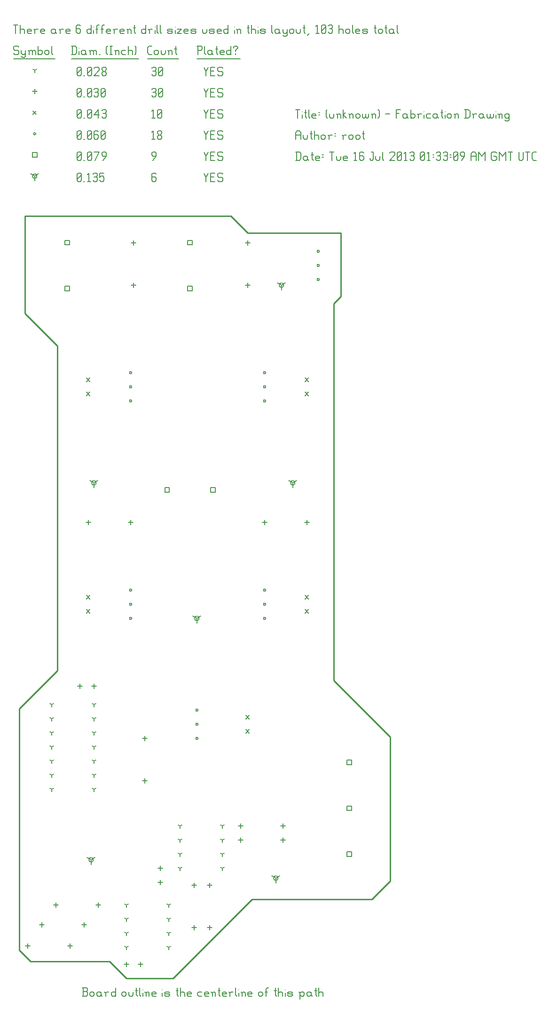
<source format=gbr>
G04 start of page 9 for group -3984 idx -3984 *
G04 Title: (unknown), fab *
G04 Creator: pcb 20110918 *
G04 CreationDate: Tue 16 Jul 2013 01:33:09 AM GMT UTC *
G04 For: root *
G04 Format: Gerber/RS-274X *
G04 PCB-Dimensions: 270000 560000 *
G04 PCB-Coordinate-Origin: lower left *
%MOIN*%
%FSLAX25Y25*%
%LNFAB*%
%ADD67C,0.0100*%
%ADD66C,0.0075*%
%ADD65C,0.0060*%
%ADD64C,0.0080*%
G54D64*X190000Y494000D02*Y490800D01*
Y494000D02*X192773Y495600D01*
X190000Y494000D02*X187227Y495600D01*
X188400Y494000D02*G75*G03X191600Y494000I1600J0D01*G01*
G75*G03X188400Y494000I-1600J0D01*G01*
X57000Y354000D02*Y350800D01*
Y354000D02*X59773Y355600D01*
X57000Y354000D02*X54227Y355600D01*
X55400Y354000D02*G75*G03X58600Y354000I1600J0D01*G01*
G75*G03X55400Y354000I-1600J0D01*G01*
X198000D02*Y350800D01*
Y354000D02*X200773Y355600D01*
X198000Y354000D02*X195227Y355600D01*
X196400Y354000D02*G75*G03X199600Y354000I1600J0D01*G01*
G75*G03X196400Y354000I-1600J0D01*G01*
X55000Y87000D02*Y83800D01*
Y87000D02*X57773Y88600D01*
X55000Y87000D02*X52227Y88600D01*
X53400Y87000D02*G75*G03X56600Y87000I1600J0D01*G01*
G75*G03X53400Y87000I-1600J0D01*G01*
X186000Y74000D02*Y70800D01*
Y74000D02*X188773Y75600D01*
X186000Y74000D02*X183227Y75600D01*
X184400Y74000D02*G75*G03X187600Y74000I1600J0D01*G01*
G75*G03X184400Y74000I-1600J0D01*G01*
X130000Y258000D02*Y254800D01*
Y258000D02*X132773Y259600D01*
X130000Y258000D02*X127227Y259600D01*
X128400Y258000D02*G75*G03X131600Y258000I1600J0D01*G01*
G75*G03X128400Y258000I-1600J0D01*G01*
X15000Y571250D02*Y568050D01*
Y571250D02*X17773Y572850D01*
X15000Y571250D02*X12227Y572850D01*
X13400Y571250D02*G75*G03X16600Y571250I1600J0D01*G01*
G75*G03X13400Y571250I-1600J0D01*G01*
G54D65*X135000Y573500D02*X136500Y570500D01*
X138000Y573500D01*
X136500Y570500D02*Y567500D01*
X139800Y570800D02*X142050D01*
X139800Y567500D02*X142800D01*
X139800Y573500D02*Y567500D01*
Y573500D02*X142800D01*
X147600D02*X148350Y572750D01*
X145350Y573500D02*X147600D01*
X144600Y572750D02*X145350Y573500D01*
X144600Y572750D02*Y571250D01*
X145350Y570500D01*
X147600D01*
X148350Y569750D01*
Y568250D01*
X147600Y567500D02*X148350Y568250D01*
X145350Y567500D02*X147600D01*
X144600Y568250D02*X145350Y567500D01*
X100250Y573500D02*X101000Y572750D01*
X98750Y573500D02*X100250D01*
X98000Y572750D02*X98750Y573500D01*
X98000Y572750D02*Y568250D01*
X98750Y567500D01*
X100250Y570800D02*X101000Y570050D01*
X98000Y570800D02*X100250D01*
X98750Y567500D02*X100250D01*
X101000Y568250D01*
Y570050D02*Y568250D01*
X45000D02*X45750Y567500D01*
X45000Y572750D02*Y568250D01*
Y572750D02*X45750Y573500D01*
X47250D01*
X48000Y572750D01*
Y568250D01*
X47250Y567500D02*X48000Y568250D01*
X45750Y567500D02*X47250D01*
X45000Y569000D02*X48000Y572000D01*
X49800Y567500D02*X50550D01*
X52350Y572300D02*X53550Y573500D01*
Y567500D01*
X52350D02*X54600D01*
X56400Y572750D02*X57150Y573500D01*
X58650D01*
X59400Y572750D01*
X58650Y567500D02*X59400Y568250D01*
X57150Y567500D02*X58650D01*
X56400Y568250D02*X57150Y567500D01*
Y570800D02*X58650D01*
X59400Y572750D02*Y571550D01*
Y570050D02*Y568250D01*
Y570050D02*X58650Y570800D01*
X59400Y571550D02*X58650Y570800D01*
X61200Y573500D02*X64200D01*
X61200D02*Y570500D01*
X61950Y571250D01*
X63450D01*
X64200Y570500D01*
Y568250D01*
X63450Y567500D02*X64200Y568250D01*
X61950Y567500D02*X63450D01*
X61200Y568250D02*X61950Y567500D01*
X36400Y525742D02*X39600D01*
X36400D02*Y522542D01*
X39600D01*
Y525742D02*Y522542D01*
X36400Y493261D02*X39600D01*
X36400D02*Y490061D01*
X39600D01*
Y493261D02*Y490061D01*
X123400Y525742D02*X126600D01*
X123400D02*Y522542D01*
X126600D01*
Y525742D02*Y522542D01*
X123400Y493261D02*X126600D01*
X123400D02*Y490061D01*
X126600D01*
Y493261D02*Y490061D01*
X236400Y157600D02*X239600D01*
X236400D02*Y154400D01*
X239600D01*
Y157600D02*Y154400D01*
X236400Y125120D02*X239600D01*
X236400D02*Y121920D01*
X239600D01*
Y125120D02*Y121920D01*
X236400Y92639D02*X239600D01*
X236400D02*Y89439D01*
X239600D01*
Y92639D02*Y89439D01*
X107258Y350600D02*X110458D01*
X107258D02*Y347400D01*
X110458D01*
Y350600D02*Y347400D01*
X139739Y350600D02*X142939D01*
X139739D02*Y347400D01*
X142939D01*
Y350600D02*Y347400D01*
X13400Y587850D02*X16600D01*
X13400D02*Y584650D01*
X16600D01*
Y587850D02*Y584650D01*
X135000Y588500D02*X136500Y585500D01*
X138000Y588500D01*
X136500Y585500D02*Y582500D01*
X139800Y585800D02*X142050D01*
X139800Y582500D02*X142800D01*
X139800Y588500D02*Y582500D01*
Y588500D02*X142800D01*
X147600D02*X148350Y587750D01*
X145350Y588500D02*X147600D01*
X144600Y587750D02*X145350Y588500D01*
X144600Y587750D02*Y586250D01*
X145350Y585500D01*
X147600D01*
X148350Y584750D01*
Y583250D01*
X147600Y582500D02*X148350Y583250D01*
X145350Y582500D02*X147600D01*
X144600Y583250D02*X145350Y582500D01*
X98750D02*X101000Y585500D01*
Y587750D02*Y585500D01*
X100250Y588500D02*X101000Y587750D01*
X98750Y588500D02*X100250D01*
X98000Y587750D02*X98750Y588500D01*
X98000Y587750D02*Y586250D01*
X98750Y585500D01*
X101000D01*
X45000Y583250D02*X45750Y582500D01*
X45000Y587750D02*Y583250D01*
Y587750D02*X45750Y588500D01*
X47250D01*
X48000Y587750D01*
Y583250D01*
X47250Y582500D02*X48000Y583250D01*
X45750Y582500D02*X47250D01*
X45000Y584000D02*X48000Y587000D01*
X49800Y582500D02*X50550D01*
X52350Y583250D02*X53100Y582500D01*
X52350Y587750D02*Y583250D01*
Y587750D02*X53100Y588500D01*
X54600D01*
X55350Y587750D01*
Y583250D01*
X54600Y582500D02*X55350Y583250D01*
X53100Y582500D02*X54600D01*
X52350Y584000D02*X55350Y587000D01*
X57900Y582500D02*X60900Y588500D01*
X57150D02*X60900D01*
X63450Y582500D02*X65700Y585500D01*
Y587750D02*Y585500D01*
X64950Y588500D02*X65700Y587750D01*
X63450Y588500D02*X64950D01*
X62700Y587750D02*X63450Y588500D01*
X62700Y587750D02*Y586250D01*
X63450Y585500D01*
X65700D01*
X82200Y412000D02*G75*G03X83800Y412000I800J0D01*G01*
G75*G03X82200Y412000I-800J0D01*G01*
Y422000D02*G75*G03X83800Y422000I800J0D01*G01*
G75*G03X82200Y422000I-800J0D01*G01*
Y432000D02*G75*G03X83800Y432000I800J0D01*G01*
G75*G03X82200Y432000I-800J0D01*G01*
X177200Y412000D02*G75*G03X178800Y412000I800J0D01*G01*
G75*G03X177200Y412000I-800J0D01*G01*
Y422000D02*G75*G03X178800Y422000I800J0D01*G01*
G75*G03X177200Y422000I-800J0D01*G01*
Y432000D02*G75*G03X178800Y432000I800J0D01*G01*
G75*G03X177200Y432000I-800J0D01*G01*
Y278000D02*G75*G03X178800Y278000I800J0D01*G01*
G75*G03X177200Y278000I-800J0D01*G01*
Y268000D02*G75*G03X178800Y268000I800J0D01*G01*
G75*G03X177200Y268000I-800J0D01*G01*
Y258000D02*G75*G03X178800Y258000I800J0D01*G01*
G75*G03X177200Y258000I-800J0D01*G01*
X82200Y278000D02*G75*G03X83800Y278000I800J0D01*G01*
G75*G03X82200Y278000I-800J0D01*G01*
Y268000D02*G75*G03X83800Y268000I800J0D01*G01*
G75*G03X82200Y268000I-800J0D01*G01*
Y258000D02*G75*G03X83800Y258000I800J0D01*G01*
G75*G03X82200Y258000I-800J0D01*G01*
X129200Y173000D02*G75*G03X130800Y173000I800J0D01*G01*
G75*G03X129200Y173000I-800J0D01*G01*
Y183000D02*G75*G03X130800Y183000I800J0D01*G01*
G75*G03X129200Y183000I-800J0D01*G01*
Y193000D02*G75*G03X130800Y193000I800J0D01*G01*
G75*G03X129200Y193000I-800J0D01*G01*
X215200Y518000D02*G75*G03X216800Y518000I800J0D01*G01*
G75*G03X215200Y518000I-800J0D01*G01*
Y508000D02*G75*G03X216800Y508000I800J0D01*G01*
G75*G03X215200Y508000I-800J0D01*G01*
Y498000D02*G75*G03X216800Y498000I800J0D01*G01*
G75*G03X215200Y498000I-800J0D01*G01*
X14200Y601250D02*G75*G03X15800Y601250I800J0D01*G01*
G75*G03X14200Y601250I-800J0D01*G01*
X135000Y603500D02*X136500Y600500D01*
X138000Y603500D01*
X136500Y600500D02*Y597500D01*
X139800Y600800D02*X142050D01*
X139800Y597500D02*X142800D01*
X139800Y603500D02*Y597500D01*
Y603500D02*X142800D01*
X147600D02*X148350Y602750D01*
X145350Y603500D02*X147600D01*
X144600Y602750D02*X145350Y603500D01*
X144600Y602750D02*Y601250D01*
X145350Y600500D01*
X147600D01*
X148350Y599750D01*
Y598250D01*
X147600Y597500D02*X148350Y598250D01*
X145350Y597500D02*X147600D01*
X144600Y598250D02*X145350Y597500D01*
X98000Y602300D02*X99200Y603500D01*
Y597500D01*
X98000D02*X100250D01*
X102050Y598250D02*X102800Y597500D01*
X102050Y599450D02*Y598250D01*
Y599450D02*X103100Y600500D01*
X104000D01*
X105050Y599450D01*
Y598250D01*
X104300Y597500D02*X105050Y598250D01*
X102800Y597500D02*X104300D01*
X102050Y601550D02*X103100Y600500D01*
X102050Y602750D02*Y601550D01*
Y602750D02*X102800Y603500D01*
X104300D01*
X105050Y602750D01*
Y601550D01*
X104000Y600500D02*X105050Y601550D01*
X45000Y598250D02*X45750Y597500D01*
X45000Y602750D02*Y598250D01*
Y602750D02*X45750Y603500D01*
X47250D01*
X48000Y602750D01*
Y598250D01*
X47250Y597500D02*X48000Y598250D01*
X45750Y597500D02*X47250D01*
X45000Y599000D02*X48000Y602000D01*
X49800Y597500D02*X50550D01*
X52350Y598250D02*X53100Y597500D01*
X52350Y602750D02*Y598250D01*
Y602750D02*X53100Y603500D01*
X54600D01*
X55350Y602750D01*
Y598250D01*
X54600Y597500D02*X55350Y598250D01*
X53100Y597500D02*X54600D01*
X52350Y599000D02*X55350Y602000D01*
X59400Y603500D02*X60150Y602750D01*
X57900Y603500D02*X59400D01*
X57150Y602750D02*X57900Y603500D01*
X57150Y602750D02*Y598250D01*
X57900Y597500D01*
X59400Y600800D02*X60150Y600050D01*
X57150Y600800D02*X59400D01*
X57900Y597500D02*X59400D01*
X60150Y598250D01*
Y600050D02*Y598250D01*
X61950D02*X62700Y597500D01*
X61950Y602750D02*Y598250D01*
Y602750D02*X62700Y603500D01*
X64200D01*
X64950Y602750D01*
Y598250D01*
X64200Y597500D02*X64950Y598250D01*
X62700Y597500D02*X64200D01*
X61950Y599000D02*X64950Y602000D01*
X206800Y428200D02*X209200Y425800D01*
X206800D02*X209200Y428200D01*
X206800Y418200D02*X209200Y415800D01*
X206800D02*X209200Y418200D01*
X206800Y274200D02*X209200Y271800D01*
X206800D02*X209200Y274200D01*
X206800Y264200D02*X209200Y261800D01*
X206800D02*X209200Y264200D01*
X164800Y179200D02*X167200Y176800D01*
X164800D02*X167200Y179200D01*
X164800Y189200D02*X167200Y186800D01*
X164800D02*X167200Y189200D01*
X51800Y274200D02*X54200Y271800D01*
X51800D02*X54200Y274200D01*
X51800Y264200D02*X54200Y261800D01*
X51800D02*X54200Y264200D01*
X51800Y428200D02*X54200Y425800D01*
X51800D02*X54200Y428200D01*
X51800Y418200D02*X54200Y415800D01*
X51800D02*X54200Y418200D01*
X13800Y617450D02*X16200Y615050D01*
X13800D02*X16200Y617450D01*
X135000Y618500D02*X136500Y615500D01*
X138000Y618500D01*
X136500Y615500D02*Y612500D01*
X139800Y615800D02*X142050D01*
X139800Y612500D02*X142800D01*
X139800Y618500D02*Y612500D01*
Y618500D02*X142800D01*
X147600D02*X148350Y617750D01*
X145350Y618500D02*X147600D01*
X144600Y617750D02*X145350Y618500D01*
X144600Y617750D02*Y616250D01*
X145350Y615500D01*
X147600D01*
X148350Y614750D01*
Y613250D01*
X147600Y612500D02*X148350Y613250D01*
X145350Y612500D02*X147600D01*
X144600Y613250D02*X145350Y612500D01*
X98000Y617300D02*X99200Y618500D01*
Y612500D01*
X98000D02*X100250D01*
X102050Y613250D02*X102800Y612500D01*
X102050Y617750D02*Y613250D01*
Y617750D02*X102800Y618500D01*
X104300D01*
X105050Y617750D01*
Y613250D01*
X104300Y612500D02*X105050Y613250D01*
X102800Y612500D02*X104300D01*
X102050Y614000D02*X105050Y617000D01*
X45000Y613250D02*X45750Y612500D01*
X45000Y617750D02*Y613250D01*
Y617750D02*X45750Y618500D01*
X47250D01*
X48000Y617750D01*
Y613250D01*
X47250Y612500D02*X48000Y613250D01*
X45750Y612500D02*X47250D01*
X45000Y614000D02*X48000Y617000D01*
X49800Y612500D02*X50550D01*
X52350Y613250D02*X53100Y612500D01*
X52350Y617750D02*Y613250D01*
Y617750D02*X53100Y618500D01*
X54600D01*
X55350Y617750D01*
Y613250D01*
X54600Y612500D02*X55350Y613250D01*
X53100Y612500D02*X54600D01*
X52350Y614000D02*X55350Y617000D01*
X57150Y614750D02*X60150Y618500D01*
X57150Y614750D02*X60900D01*
X60150Y618500D02*Y612500D01*
X62700Y617750D02*X63450Y618500D01*
X64950D01*
X65700Y617750D01*
X64950Y612500D02*X65700Y613250D01*
X63450Y612500D02*X64950D01*
X62700Y613250D02*X63450Y612500D01*
Y615800D02*X64950D01*
X65700Y617750D02*Y616550D01*
Y615050D02*Y613250D01*
Y615050D02*X64950Y615800D01*
X65700Y616550D02*X64950Y615800D01*
X57000Y211600D02*Y208400D01*
X55400Y210000D02*X58600D01*
X47000Y211600D02*Y208400D01*
X45400Y210000D02*X48600D01*
X80000Y14600D02*Y11400D01*
X78400Y13000D02*X81600D01*
X90000Y14600D02*Y11400D01*
X88400Y13000D02*X91600D01*
X104000Y72600D02*Y69400D01*
X102400Y71000D02*X105600D01*
X104000Y82600D02*Y79400D01*
X102400Y81000D02*X105600D01*
X166000Y495600D02*Y492400D01*
X164400Y494000D02*X167600D01*
X166000Y525600D02*Y522400D01*
X164400Y524000D02*X167600D01*
X85000Y495600D02*Y492400D01*
X83400Y494000D02*X86600D01*
X85000Y525600D02*Y522400D01*
X83400Y524000D02*X86600D01*
X161000Y102600D02*Y99400D01*
X159400Y101000D02*X162600D01*
X191000Y102600D02*Y99400D01*
X189400Y101000D02*X192600D01*
X161000Y112600D02*Y109400D01*
X159400Y111000D02*X162600D01*
X191000Y112600D02*Y109400D01*
X189400Y111000D02*X192600D01*
X139000Y40600D02*Y37400D01*
X137400Y39000D02*X140600D01*
X139000Y70600D02*Y67400D01*
X137400Y69000D02*X140600D01*
X53000Y327600D02*Y324400D01*
X51400Y326000D02*X54600D01*
X83000Y327600D02*Y324400D01*
X81400Y326000D02*X84600D01*
X208000Y327600D02*Y324400D01*
X206400Y326000D02*X209600D01*
X178000Y327600D02*Y324400D01*
X176400Y326000D02*X179600D01*
X93000Y144600D02*Y141400D01*
X91400Y143000D02*X94600D01*
X93000Y174600D02*Y171400D01*
X91400Y173000D02*X94600D01*
X30000Y56600D02*Y53400D01*
X28400Y55000D02*X31600D01*
X60000Y56600D02*Y53400D01*
X58400Y55000D02*X61600D01*
X20000Y42600D02*Y39400D01*
X18400Y41000D02*X21600D01*
X50000Y42600D02*Y39400D01*
X48400Y41000D02*X51600D01*
X10000Y27600D02*Y24400D01*
X8400Y26000D02*X11600D01*
X40000Y27600D02*Y24400D01*
X38400Y26000D02*X41600D01*
X128000Y40600D02*Y37400D01*
X126400Y39000D02*X129600D01*
X128000Y70600D02*Y67400D01*
X126400Y69000D02*X129600D01*
X15000Y632850D02*Y629650D01*
X13400Y631250D02*X16600D01*
X135000Y633500D02*X136500Y630500D01*
X138000Y633500D01*
X136500Y630500D02*Y627500D01*
X139800Y630800D02*X142050D01*
X139800Y627500D02*X142800D01*
X139800Y633500D02*Y627500D01*
Y633500D02*X142800D01*
X147600D02*X148350Y632750D01*
X145350Y633500D02*X147600D01*
X144600Y632750D02*X145350Y633500D01*
X144600Y632750D02*Y631250D01*
X145350Y630500D01*
X147600D01*
X148350Y629750D01*
Y628250D01*
X147600Y627500D02*X148350Y628250D01*
X145350Y627500D02*X147600D01*
X144600Y628250D02*X145350Y627500D01*
X98000Y632750D02*X98750Y633500D01*
X100250D01*
X101000Y632750D01*
X100250Y627500D02*X101000Y628250D01*
X98750Y627500D02*X100250D01*
X98000Y628250D02*X98750Y627500D01*
Y630800D02*X100250D01*
X101000Y632750D02*Y631550D01*
Y630050D02*Y628250D01*
Y630050D02*X100250Y630800D01*
X101000Y631550D02*X100250Y630800D01*
X102800Y628250D02*X103550Y627500D01*
X102800Y632750D02*Y628250D01*
Y632750D02*X103550Y633500D01*
X105050D01*
X105800Y632750D01*
Y628250D01*
X105050Y627500D02*X105800Y628250D01*
X103550Y627500D02*X105050D01*
X102800Y629000D02*X105800Y632000D01*
X45000Y628250D02*X45750Y627500D01*
X45000Y632750D02*Y628250D01*
Y632750D02*X45750Y633500D01*
X47250D01*
X48000Y632750D01*
Y628250D01*
X47250Y627500D02*X48000Y628250D01*
X45750Y627500D02*X47250D01*
X45000Y629000D02*X48000Y632000D01*
X49800Y627500D02*X50550D01*
X52350Y628250D02*X53100Y627500D01*
X52350Y632750D02*Y628250D01*
Y632750D02*X53100Y633500D01*
X54600D01*
X55350Y632750D01*
Y628250D01*
X54600Y627500D02*X55350Y628250D01*
X53100Y627500D02*X54600D01*
X52350Y629000D02*X55350Y632000D01*
X57150Y632750D02*X57900Y633500D01*
X59400D01*
X60150Y632750D01*
X59400Y627500D02*X60150Y628250D01*
X57900Y627500D02*X59400D01*
X57150Y628250D02*X57900Y627500D01*
Y630800D02*X59400D01*
X60150Y632750D02*Y631550D01*
Y630050D02*Y628250D01*
Y630050D02*X59400Y630800D01*
X60150Y631550D02*X59400Y630800D01*
X61950Y628250D02*X62700Y627500D01*
X61950Y632750D02*Y628250D01*
Y632750D02*X62700Y633500D01*
X64200D01*
X64950Y632750D01*
Y628250D01*
X64200Y627500D02*X64950Y628250D01*
X62700Y627500D02*X64200D01*
X61950Y629000D02*X64950Y632000D01*
X148000Y81000D02*Y79400D01*
Y81000D02*X149387Y81800D01*
X148000Y81000D02*X146613Y81800D01*
X148000Y91000D02*Y89400D01*
Y91000D02*X149387Y91800D01*
X148000Y91000D02*X146613Y91800D01*
X148000Y101000D02*Y99400D01*
Y101000D02*X149387Y101800D01*
X148000Y101000D02*X146613Y101800D01*
X148000Y111000D02*Y109400D01*
Y111000D02*X149387Y111800D01*
X148000Y111000D02*X146613Y111800D01*
X118000Y111000D02*Y109400D01*
Y111000D02*X119387Y111800D01*
X118000Y111000D02*X116613Y111800D01*
X118000Y101000D02*Y99400D01*
Y101000D02*X119387Y101800D01*
X118000Y101000D02*X116613Y101800D01*
X118000Y91000D02*Y89400D01*
Y91000D02*X119387Y91800D01*
X118000Y91000D02*X116613Y91800D01*
X118000Y81000D02*Y79400D01*
Y81000D02*X119387Y81800D01*
X118000Y81000D02*X116613Y81800D01*
X27000Y197000D02*Y195400D01*
Y197000D02*X28387Y197800D01*
X27000Y197000D02*X25613Y197800D01*
X27000Y187000D02*Y185400D01*
Y187000D02*X28387Y187800D01*
X27000Y187000D02*X25613Y187800D01*
X27000Y177000D02*Y175400D01*
Y177000D02*X28387Y177800D01*
X27000Y177000D02*X25613Y177800D01*
X27000Y167000D02*Y165400D01*
Y167000D02*X28387Y167800D01*
X27000Y167000D02*X25613Y167800D01*
X27000Y157000D02*Y155400D01*
Y157000D02*X28387Y157800D01*
X27000Y157000D02*X25613Y157800D01*
X27000Y147000D02*Y145400D01*
Y147000D02*X28387Y147800D01*
X27000Y147000D02*X25613Y147800D01*
X27000Y137000D02*Y135400D01*
Y137000D02*X28387Y137800D01*
X27000Y137000D02*X25613Y137800D01*
X57000Y137000D02*Y135400D01*
Y137000D02*X58387Y137800D01*
X57000Y137000D02*X55613Y137800D01*
X57000Y147000D02*Y145400D01*
Y147000D02*X58387Y147800D01*
X57000Y147000D02*X55613Y147800D01*
X57000Y157000D02*Y155400D01*
Y157000D02*X58387Y157800D01*
X57000Y157000D02*X55613Y157800D01*
X57000Y167000D02*Y165400D01*
Y167000D02*X58387Y167800D01*
X57000Y167000D02*X55613Y167800D01*
X57000Y177000D02*Y175400D01*
Y177000D02*X58387Y177800D01*
X57000Y177000D02*X55613Y177800D01*
X57000Y187000D02*Y185400D01*
Y187000D02*X58387Y187800D01*
X57000Y187000D02*X55613Y187800D01*
X57000Y197000D02*Y195400D01*
Y197000D02*X58387Y197800D01*
X57000Y197000D02*X55613Y197800D01*
X110000Y25000D02*Y23400D01*
Y25000D02*X111387Y25800D01*
X110000Y25000D02*X108613Y25800D01*
X110000Y35000D02*Y33400D01*
Y35000D02*X111387Y35800D01*
X110000Y35000D02*X108613Y35800D01*
X110000Y45000D02*Y43400D01*
Y45000D02*X111387Y45800D01*
X110000Y45000D02*X108613Y45800D01*
X110000Y55000D02*Y53400D01*
Y55000D02*X111387Y55800D01*
X110000Y55000D02*X108613Y55800D01*
X80000Y55000D02*Y53400D01*
Y55000D02*X81387Y55800D01*
X80000Y55000D02*X78613Y55800D01*
X80000Y45000D02*Y43400D01*
Y45000D02*X81387Y45800D01*
X80000Y45000D02*X78613Y45800D01*
X80000Y35000D02*Y33400D01*
Y35000D02*X81387Y35800D01*
X80000Y35000D02*X78613Y35800D01*
X80000Y25000D02*Y23400D01*
Y25000D02*X81387Y25800D01*
X80000Y25000D02*X78613Y25800D01*
X15000Y646250D02*Y644650D01*
Y646250D02*X16387Y647050D01*
X15000Y646250D02*X13613Y647050D01*
X135000Y648500D02*X136500Y645500D01*
X138000Y648500D01*
X136500Y645500D02*Y642500D01*
X139800Y645800D02*X142050D01*
X139800Y642500D02*X142800D01*
X139800Y648500D02*Y642500D01*
Y648500D02*X142800D01*
X147600D02*X148350Y647750D01*
X145350Y648500D02*X147600D01*
X144600Y647750D02*X145350Y648500D01*
X144600Y647750D02*Y646250D01*
X145350Y645500D01*
X147600D01*
X148350Y644750D01*
Y643250D01*
X147600Y642500D02*X148350Y643250D01*
X145350Y642500D02*X147600D01*
X144600Y643250D02*X145350Y642500D01*
X98000Y647750D02*X98750Y648500D01*
X100250D01*
X101000Y647750D01*
X100250Y642500D02*X101000Y643250D01*
X98750Y642500D02*X100250D01*
X98000Y643250D02*X98750Y642500D01*
Y645800D02*X100250D01*
X101000Y647750D02*Y646550D01*
Y645050D02*Y643250D01*
Y645050D02*X100250Y645800D01*
X101000Y646550D02*X100250Y645800D01*
X102800Y643250D02*X103550Y642500D01*
X102800Y647750D02*Y643250D01*
Y647750D02*X103550Y648500D01*
X105050D01*
X105800Y647750D01*
Y643250D01*
X105050Y642500D02*X105800Y643250D01*
X103550Y642500D02*X105050D01*
X102800Y644000D02*X105800Y647000D01*
X45000Y643250D02*X45750Y642500D01*
X45000Y647750D02*Y643250D01*
Y647750D02*X45750Y648500D01*
X47250D01*
X48000Y647750D01*
Y643250D01*
X47250Y642500D02*X48000Y643250D01*
X45750Y642500D02*X47250D01*
X45000Y644000D02*X48000Y647000D01*
X49800Y642500D02*X50550D01*
X52350Y643250D02*X53100Y642500D01*
X52350Y647750D02*Y643250D01*
Y647750D02*X53100Y648500D01*
X54600D01*
X55350Y647750D01*
Y643250D01*
X54600Y642500D02*X55350Y643250D01*
X53100Y642500D02*X54600D01*
X52350Y644000D02*X55350Y647000D01*
X57150Y647750D02*X57900Y648500D01*
X60150D01*
X60900Y647750D01*
Y646250D01*
X57150Y642500D02*X60900Y646250D01*
X57150Y642500D02*X60900D01*
X62700Y643250D02*X63450Y642500D01*
X62700Y644450D02*Y643250D01*
Y644450D02*X63750Y645500D01*
X64650D01*
X65700Y644450D01*
Y643250D01*
X64950Y642500D02*X65700Y643250D01*
X63450Y642500D02*X64950D01*
X62700Y646550D02*X63750Y645500D01*
X62700Y647750D02*Y646550D01*
Y647750D02*X63450Y648500D01*
X64950D01*
X65700Y647750D01*
Y646550D01*
X64650Y645500D02*X65700Y646550D01*
X3000Y663500D02*X3750Y662750D01*
X750Y663500D02*X3000D01*
X0Y662750D02*X750Y663500D01*
X0Y662750D02*Y661250D01*
X750Y660500D01*
X3000D01*
X3750Y659750D01*
Y658250D01*
X3000Y657500D02*X3750Y658250D01*
X750Y657500D02*X3000D01*
X0Y658250D02*X750Y657500D01*
X5550Y660500D02*Y658250D01*
X6300Y657500D01*
X8550Y660500D02*Y656000D01*
X7800Y655250D02*X8550Y656000D01*
X6300Y655250D02*X7800D01*
X5550Y656000D02*X6300Y655250D01*
Y657500D02*X7800D01*
X8550Y658250D01*
X11100Y659750D02*Y657500D01*
Y659750D02*X11850Y660500D01*
X12600D01*
X13350Y659750D01*
Y657500D01*
Y659750D02*X14100Y660500D01*
X14850D01*
X15600Y659750D01*
Y657500D01*
X10350Y660500D02*X11100Y659750D01*
X17400Y663500D02*Y657500D01*
Y658250D02*X18150Y657500D01*
X19650D01*
X20400Y658250D01*
Y659750D02*Y658250D01*
X19650Y660500D02*X20400Y659750D01*
X18150Y660500D02*X19650D01*
X17400Y659750D02*X18150Y660500D01*
X22200Y659750D02*Y658250D01*
Y659750D02*X22950Y660500D01*
X24450D01*
X25200Y659750D01*
Y658250D01*
X24450Y657500D02*X25200Y658250D01*
X22950Y657500D02*X24450D01*
X22200Y658250D02*X22950Y657500D01*
X27000Y663500D02*Y658250D01*
X27750Y657500D01*
X0Y654250D02*X29250D01*
X41750Y663500D02*Y657500D01*
X43700Y663500D02*X44750Y662450D01*
Y658550D01*
X43700Y657500D02*X44750Y658550D01*
X41000Y657500D02*X43700D01*
X41000Y663500D02*X43700D01*
G54D66*X46550Y662000D02*Y661850D01*
G54D65*Y659750D02*Y657500D01*
X50300Y660500D02*X51050Y659750D01*
X48800Y660500D02*X50300D01*
X48050Y659750D02*X48800Y660500D01*
X48050Y659750D02*Y658250D01*
X48800Y657500D01*
X51050Y660500D02*Y658250D01*
X51800Y657500D01*
X48800D02*X50300D01*
X51050Y658250D01*
X54350Y659750D02*Y657500D01*
Y659750D02*X55100Y660500D01*
X55850D01*
X56600Y659750D01*
Y657500D01*
Y659750D02*X57350Y660500D01*
X58100D01*
X58850Y659750D01*
Y657500D01*
X53600Y660500D02*X54350Y659750D01*
X60650Y657500D02*X61400D01*
X65900Y658250D02*X66650Y657500D01*
X65900Y662750D02*X66650Y663500D01*
X65900Y662750D02*Y658250D01*
X68450Y663500D02*X69950D01*
X69200D02*Y657500D01*
X68450D02*X69950D01*
X72500Y659750D02*Y657500D01*
Y659750D02*X73250Y660500D01*
X74000D01*
X74750Y659750D01*
Y657500D01*
X71750Y660500D02*X72500Y659750D01*
X77300Y660500D02*X79550D01*
X76550Y659750D02*X77300Y660500D01*
X76550Y659750D02*Y658250D01*
X77300Y657500D01*
X79550D01*
X81350Y663500D02*Y657500D01*
Y659750D02*X82100Y660500D01*
X83600D01*
X84350Y659750D01*
Y657500D01*
X86150Y663500D02*X86900Y662750D01*
Y658250D01*
X86150Y657500D02*X86900Y658250D01*
X41000Y654250D02*X88700D01*
X96050Y657500D02*X98000D01*
X95000Y658550D02*X96050Y657500D01*
X95000Y662450D02*Y658550D01*
Y662450D02*X96050Y663500D01*
X98000D01*
X99800Y659750D02*Y658250D01*
Y659750D02*X100550Y660500D01*
X102050D01*
X102800Y659750D01*
Y658250D01*
X102050Y657500D02*X102800Y658250D01*
X100550Y657500D02*X102050D01*
X99800Y658250D02*X100550Y657500D01*
X104600Y660500D02*Y658250D01*
X105350Y657500D01*
X106850D01*
X107600Y658250D01*
Y660500D02*Y658250D01*
X110150Y659750D02*Y657500D01*
Y659750D02*X110900Y660500D01*
X111650D01*
X112400Y659750D01*
Y657500D01*
X109400Y660500D02*X110150Y659750D01*
X114950Y663500D02*Y658250D01*
X115700Y657500D01*
X114200Y661250D02*X115700D01*
X95000Y654250D02*X117200D01*
X130750Y663500D02*Y657500D01*
X130000Y663500D02*X133000D01*
X133750Y662750D01*
Y661250D01*
X133000Y660500D02*X133750Y661250D01*
X130750Y660500D02*X133000D01*
X135550Y663500D02*Y658250D01*
X136300Y657500D01*
X140050Y660500D02*X140800Y659750D01*
X138550Y660500D02*X140050D01*
X137800Y659750D02*X138550Y660500D01*
X137800Y659750D02*Y658250D01*
X138550Y657500D01*
X140800Y660500D02*Y658250D01*
X141550Y657500D01*
X138550D02*X140050D01*
X140800Y658250D01*
X144100Y663500D02*Y658250D01*
X144850Y657500D01*
X143350Y661250D02*X144850D01*
X147100Y657500D02*X149350D01*
X146350Y658250D02*X147100Y657500D01*
X146350Y659750D02*Y658250D01*
Y659750D02*X147100Y660500D01*
X148600D01*
X149350Y659750D01*
X146350Y659000D02*X149350D01*
Y659750D02*Y659000D01*
X154150Y663500D02*Y657500D01*
X153400D02*X154150Y658250D01*
X151900Y657500D02*X153400D01*
X151150Y658250D02*X151900Y657500D01*
X151150Y659750D02*Y658250D01*
Y659750D02*X151900Y660500D01*
X153400D01*
X154150Y659750D01*
X157450Y660500D02*Y659750D01*
Y658250D02*Y657500D01*
X155950Y662750D02*Y662000D01*
Y662750D02*X156700Y663500D01*
X158200D01*
X158950Y662750D01*
Y662000D01*
X157450Y660500D02*X158950Y662000D01*
X130000Y654250D02*X160750D01*
X0Y678500D02*X3000D01*
X1500D02*Y672500D01*
X4800Y678500D02*Y672500D01*
Y674750D02*X5550Y675500D01*
X7050D01*
X7800Y674750D01*
Y672500D01*
X10350D02*X12600D01*
X9600Y673250D02*X10350Y672500D01*
X9600Y674750D02*Y673250D01*
Y674750D02*X10350Y675500D01*
X11850D01*
X12600Y674750D01*
X9600Y674000D02*X12600D01*
Y674750D02*Y674000D01*
X15150Y674750D02*Y672500D01*
Y674750D02*X15900Y675500D01*
X17400D01*
X14400D02*X15150Y674750D01*
X19950Y672500D02*X22200D01*
X19200Y673250D02*X19950Y672500D01*
X19200Y674750D02*Y673250D01*
Y674750D02*X19950Y675500D01*
X21450D01*
X22200Y674750D01*
X19200Y674000D02*X22200D01*
Y674750D02*Y674000D01*
X28950Y675500D02*X29700Y674750D01*
X27450Y675500D02*X28950D01*
X26700Y674750D02*X27450Y675500D01*
X26700Y674750D02*Y673250D01*
X27450Y672500D01*
X29700Y675500D02*Y673250D01*
X30450Y672500D01*
X27450D02*X28950D01*
X29700Y673250D01*
X33000Y674750D02*Y672500D01*
Y674750D02*X33750Y675500D01*
X35250D01*
X32250D02*X33000Y674750D01*
X37800Y672500D02*X40050D01*
X37050Y673250D02*X37800Y672500D01*
X37050Y674750D02*Y673250D01*
Y674750D02*X37800Y675500D01*
X39300D01*
X40050Y674750D01*
X37050Y674000D02*X40050D01*
Y674750D02*Y674000D01*
X46800Y678500D02*X47550Y677750D01*
X45300Y678500D02*X46800D01*
X44550Y677750D02*X45300Y678500D01*
X44550Y677750D02*Y673250D01*
X45300Y672500D01*
X46800Y675800D02*X47550Y675050D01*
X44550Y675800D02*X46800D01*
X45300Y672500D02*X46800D01*
X47550Y673250D01*
Y675050D02*Y673250D01*
X55050Y678500D02*Y672500D01*
X54300D02*X55050Y673250D01*
X52800Y672500D02*X54300D01*
X52050Y673250D02*X52800Y672500D01*
X52050Y674750D02*Y673250D01*
Y674750D02*X52800Y675500D01*
X54300D01*
X55050Y674750D01*
G54D66*X56850Y677000D02*Y676850D01*
G54D65*Y674750D02*Y672500D01*
X59100Y677750D02*Y672500D01*
Y677750D02*X59850Y678500D01*
X60600D01*
X58350Y675500D02*X59850D01*
X62850Y677750D02*Y672500D01*
Y677750D02*X63600Y678500D01*
X64350D01*
X62100Y675500D02*X63600D01*
X66600Y672500D02*X68850D01*
X65850Y673250D02*X66600Y672500D01*
X65850Y674750D02*Y673250D01*
Y674750D02*X66600Y675500D01*
X68100D01*
X68850Y674750D01*
X65850Y674000D02*X68850D01*
Y674750D02*Y674000D01*
X71400Y674750D02*Y672500D01*
Y674750D02*X72150Y675500D01*
X73650D01*
X70650D02*X71400Y674750D01*
X76200Y672500D02*X78450D01*
X75450Y673250D02*X76200Y672500D01*
X75450Y674750D02*Y673250D01*
Y674750D02*X76200Y675500D01*
X77700D01*
X78450Y674750D01*
X75450Y674000D02*X78450D01*
Y674750D02*Y674000D01*
X81000Y674750D02*Y672500D01*
Y674750D02*X81750Y675500D01*
X82500D01*
X83250Y674750D01*
Y672500D01*
X80250Y675500D02*X81000Y674750D01*
X85800Y678500D02*Y673250D01*
X86550Y672500D01*
X85050Y676250D02*X86550D01*
X93750Y678500D02*Y672500D01*
X93000D02*X93750Y673250D01*
X91500Y672500D02*X93000D01*
X90750Y673250D02*X91500Y672500D01*
X90750Y674750D02*Y673250D01*
Y674750D02*X91500Y675500D01*
X93000D01*
X93750Y674750D01*
X96300D02*Y672500D01*
Y674750D02*X97050Y675500D01*
X98550D01*
X95550D02*X96300Y674750D01*
G54D66*X100350Y677000D02*Y676850D01*
G54D65*Y674750D02*Y672500D01*
X101850Y678500D02*Y673250D01*
X102600Y672500D01*
X104100Y678500D02*Y673250D01*
X104850Y672500D01*
X109800D02*X112050D01*
X112800Y673250D01*
X112050Y674000D02*X112800Y673250D01*
X109800Y674000D02*X112050D01*
X109050Y674750D02*X109800Y674000D01*
X109050Y674750D02*X109800Y675500D01*
X112050D01*
X112800Y674750D01*
X109050Y673250D02*X109800Y672500D01*
G54D66*X114600Y677000D02*Y676850D01*
G54D65*Y674750D02*Y672500D01*
X116100Y675500D02*X119100D01*
X116100Y672500D02*X119100Y675500D01*
X116100Y672500D02*X119100D01*
X121650D02*X123900D01*
X120900Y673250D02*X121650Y672500D01*
X120900Y674750D02*Y673250D01*
Y674750D02*X121650Y675500D01*
X123150D01*
X123900Y674750D01*
X120900Y674000D02*X123900D01*
Y674750D02*Y674000D01*
X126450Y672500D02*X128700D01*
X129450Y673250D01*
X128700Y674000D02*X129450Y673250D01*
X126450Y674000D02*X128700D01*
X125700Y674750D02*X126450Y674000D01*
X125700Y674750D02*X126450Y675500D01*
X128700D01*
X129450Y674750D01*
X125700Y673250D02*X126450Y672500D01*
X133950Y675500D02*Y673250D01*
X134700Y672500D01*
X136200D01*
X136950Y673250D01*
Y675500D02*Y673250D01*
X139500Y672500D02*X141750D01*
X142500Y673250D01*
X141750Y674000D02*X142500Y673250D01*
X139500Y674000D02*X141750D01*
X138750Y674750D02*X139500Y674000D01*
X138750Y674750D02*X139500Y675500D01*
X141750D01*
X142500Y674750D01*
X138750Y673250D02*X139500Y672500D01*
X145050D02*X147300D01*
X144300Y673250D02*X145050Y672500D01*
X144300Y674750D02*Y673250D01*
Y674750D02*X145050Y675500D01*
X146550D01*
X147300Y674750D01*
X144300Y674000D02*X147300D01*
Y674750D02*Y674000D01*
X152100Y678500D02*Y672500D01*
X151350D02*X152100Y673250D01*
X149850Y672500D02*X151350D01*
X149100Y673250D02*X149850Y672500D01*
X149100Y674750D02*Y673250D01*
Y674750D02*X149850Y675500D01*
X151350D01*
X152100Y674750D01*
G54D66*X156600Y677000D02*Y676850D01*
G54D65*Y674750D02*Y672500D01*
X158850Y674750D02*Y672500D01*
Y674750D02*X159600Y675500D01*
X160350D01*
X161100Y674750D01*
Y672500D01*
X158100Y675500D02*X158850Y674750D01*
X166350Y678500D02*Y673250D01*
X167100Y672500D01*
X165600Y676250D02*X167100D01*
X168600Y678500D02*Y672500D01*
Y674750D02*X169350Y675500D01*
X170850D01*
X171600Y674750D01*
Y672500D01*
G54D66*X173400Y677000D02*Y676850D01*
G54D65*Y674750D02*Y672500D01*
X175650D02*X177900D01*
X178650Y673250D01*
X177900Y674000D02*X178650Y673250D01*
X175650Y674000D02*X177900D01*
X174900Y674750D02*X175650Y674000D01*
X174900Y674750D02*X175650Y675500D01*
X177900D01*
X178650Y674750D01*
X174900Y673250D02*X175650Y672500D01*
X183150Y678500D02*Y673250D01*
X183900Y672500D01*
X187650Y675500D02*X188400Y674750D01*
X186150Y675500D02*X187650D01*
X185400Y674750D02*X186150Y675500D01*
X185400Y674750D02*Y673250D01*
X186150Y672500D01*
X188400Y675500D02*Y673250D01*
X189150Y672500D01*
X186150D02*X187650D01*
X188400Y673250D01*
X190950Y675500D02*Y673250D01*
X191700Y672500D01*
X193950Y675500D02*Y671000D01*
X193200Y670250D02*X193950Y671000D01*
X191700Y670250D02*X193200D01*
X190950Y671000D02*X191700Y670250D01*
Y672500D02*X193200D01*
X193950Y673250D01*
X195750Y674750D02*Y673250D01*
Y674750D02*X196500Y675500D01*
X198000D01*
X198750Y674750D01*
Y673250D01*
X198000Y672500D02*X198750Y673250D01*
X196500Y672500D02*X198000D01*
X195750Y673250D02*X196500Y672500D01*
X200550Y675500D02*Y673250D01*
X201300Y672500D01*
X202800D01*
X203550Y673250D01*
Y675500D02*Y673250D01*
X206100Y678500D02*Y673250D01*
X206850Y672500D01*
X205350Y676250D02*X206850D01*
X208350Y671000D02*X209850Y672500D01*
X214350Y677300D02*X215550Y678500D01*
Y672500D01*
X214350D02*X216600D01*
X218400Y673250D02*X219150Y672500D01*
X218400Y677750D02*Y673250D01*
Y677750D02*X219150Y678500D01*
X220650D01*
X221400Y677750D01*
Y673250D01*
X220650Y672500D02*X221400Y673250D01*
X219150Y672500D02*X220650D01*
X218400Y674000D02*X221400Y677000D01*
X223200Y677750D02*X223950Y678500D01*
X225450D01*
X226200Y677750D01*
X225450Y672500D02*X226200Y673250D01*
X223950Y672500D02*X225450D01*
X223200Y673250D02*X223950Y672500D01*
Y675800D02*X225450D01*
X226200Y677750D02*Y676550D01*
Y675050D02*Y673250D01*
Y675050D02*X225450Y675800D01*
X226200Y676550D02*X225450Y675800D01*
X230700Y678500D02*Y672500D01*
Y674750D02*X231450Y675500D01*
X232950D01*
X233700Y674750D01*
Y672500D01*
X235500Y674750D02*Y673250D01*
Y674750D02*X236250Y675500D01*
X237750D01*
X238500Y674750D01*
Y673250D01*
X237750Y672500D02*X238500Y673250D01*
X236250Y672500D02*X237750D01*
X235500Y673250D02*X236250Y672500D01*
X240300Y678500D02*Y673250D01*
X241050Y672500D01*
X243300D02*X245550D01*
X242550Y673250D02*X243300Y672500D01*
X242550Y674750D02*Y673250D01*
Y674750D02*X243300Y675500D01*
X244800D01*
X245550Y674750D01*
X242550Y674000D02*X245550D01*
Y674750D02*Y674000D01*
X248100Y672500D02*X250350D01*
X251100Y673250D01*
X250350Y674000D02*X251100Y673250D01*
X248100Y674000D02*X250350D01*
X247350Y674750D02*X248100Y674000D01*
X247350Y674750D02*X248100Y675500D01*
X250350D01*
X251100Y674750D01*
X247350Y673250D02*X248100Y672500D01*
X256350Y678500D02*Y673250D01*
X257100Y672500D01*
X255600Y676250D02*X257100D01*
X258600Y674750D02*Y673250D01*
Y674750D02*X259350Y675500D01*
X260850D01*
X261600Y674750D01*
Y673250D01*
X260850Y672500D02*X261600Y673250D01*
X259350Y672500D02*X260850D01*
X258600Y673250D02*X259350Y672500D01*
X264150Y678500D02*Y673250D01*
X264900Y672500D01*
X263400Y676250D02*X264900D01*
X268650Y675500D02*X269400Y674750D01*
X267150Y675500D02*X268650D01*
X266400Y674750D02*X267150Y675500D01*
X266400Y674750D02*Y673250D01*
X267150Y672500D01*
X269400Y675500D02*Y673250D01*
X270150Y672500D01*
X267150D02*X268650D01*
X269400Y673250D01*
X271950Y678500D02*Y673250D01*
X272700Y672500D01*
G54D67*X154000Y543000D02*X166000Y531000D01*
X232000D01*
Y486000D01*
X227000Y481000D01*
Y214000D01*
X267000Y174000D01*
Y72000D01*
X254000Y59000D01*
X169000D01*
X113000Y3000D01*
X80000D01*
X68000Y15000D01*
X12000D01*
X4000Y23000D01*
Y194000D01*
X31000Y221000D01*
Y451000D01*
X8000Y474000D01*
Y543000D01*
X154000D01*
G54D65*X48675Y-9500D02*X51675D01*
X52425Y-8750D01*
Y-6950D02*Y-8750D01*
X51675Y-6200D02*X52425Y-6950D01*
X49425Y-6200D02*X51675D01*
X49425Y-3500D02*Y-9500D01*
X48675Y-3500D02*X51675D01*
X52425Y-4250D01*
Y-5450D01*
X51675Y-6200D02*X52425Y-5450D01*
X54225Y-7250D02*Y-8750D01*
Y-7250D02*X54975Y-6500D01*
X56475D01*
X57225Y-7250D01*
Y-8750D01*
X56475Y-9500D02*X57225Y-8750D01*
X54975Y-9500D02*X56475D01*
X54225Y-8750D02*X54975Y-9500D01*
X61275Y-6500D02*X62025Y-7250D01*
X59775Y-6500D02*X61275D01*
X59025Y-7250D02*X59775Y-6500D01*
X59025Y-7250D02*Y-8750D01*
X59775Y-9500D01*
X62025Y-6500D02*Y-8750D01*
X62775Y-9500D01*
X59775D02*X61275D01*
X62025Y-8750D01*
X65325Y-7250D02*Y-9500D01*
Y-7250D02*X66075Y-6500D01*
X67575D01*
X64575D02*X65325Y-7250D01*
X72375Y-3500D02*Y-9500D01*
X71625D02*X72375Y-8750D01*
X70125Y-9500D02*X71625D01*
X69375Y-8750D02*X70125Y-9500D01*
X69375Y-7250D02*Y-8750D01*
Y-7250D02*X70125Y-6500D01*
X71625D01*
X72375Y-7250D01*
X76875D02*Y-8750D01*
Y-7250D02*X77625Y-6500D01*
X79125D01*
X79875Y-7250D01*
Y-8750D01*
X79125Y-9500D02*X79875Y-8750D01*
X77625Y-9500D02*X79125D01*
X76875Y-8750D02*X77625Y-9500D01*
X81675Y-6500D02*Y-8750D01*
X82425Y-9500D01*
X83925D01*
X84675Y-8750D01*
Y-6500D02*Y-8750D01*
X87225Y-3500D02*Y-8750D01*
X87975Y-9500D01*
X86475Y-5750D02*X87975D01*
X89475Y-3500D02*Y-8750D01*
X90225Y-9500D01*
G54D66*X91725Y-5000D02*Y-5150D01*
G54D65*Y-7250D02*Y-9500D01*
X93975Y-7250D02*Y-9500D01*
Y-7250D02*X94725Y-6500D01*
X95475D01*
X96225Y-7250D01*
Y-9500D01*
X93225Y-6500D02*X93975Y-7250D01*
X98775Y-9500D02*X101025D01*
X98025Y-8750D02*X98775Y-9500D01*
X98025Y-7250D02*Y-8750D01*
Y-7250D02*X98775Y-6500D01*
X100275D01*
X101025Y-7250D01*
X98025Y-8000D02*X101025D01*
Y-7250D02*Y-8000D01*
G54D66*X105525Y-5000D02*Y-5150D01*
G54D65*Y-7250D02*Y-9500D01*
X107775D02*X110025D01*
X110775Y-8750D01*
X110025Y-8000D02*X110775Y-8750D01*
X107775Y-8000D02*X110025D01*
X107025Y-7250D02*X107775Y-8000D01*
X107025Y-7250D02*X107775Y-6500D01*
X110025D01*
X110775Y-7250D01*
X107025Y-8750D02*X107775Y-9500D01*
X116025Y-3500D02*Y-8750D01*
X116775Y-9500D01*
X115275Y-5750D02*X116775D01*
X118275Y-3500D02*Y-9500D01*
Y-7250D02*X119025Y-6500D01*
X120525D01*
X121275Y-7250D01*
Y-9500D01*
X123825D02*X126075D01*
X123075Y-8750D02*X123825Y-9500D01*
X123075Y-7250D02*Y-8750D01*
Y-7250D02*X123825Y-6500D01*
X125325D01*
X126075Y-7250D01*
X123075Y-8000D02*X126075D01*
Y-7250D02*Y-8000D01*
X131325Y-6500D02*X133575D01*
X130575Y-7250D02*X131325Y-6500D01*
X130575Y-7250D02*Y-8750D01*
X131325Y-9500D01*
X133575D01*
X136125D02*X138375D01*
X135375Y-8750D02*X136125Y-9500D01*
X135375Y-7250D02*Y-8750D01*
Y-7250D02*X136125Y-6500D01*
X137625D01*
X138375Y-7250D01*
X135375Y-8000D02*X138375D01*
Y-7250D02*Y-8000D01*
X140925Y-7250D02*Y-9500D01*
Y-7250D02*X141675Y-6500D01*
X142425D01*
X143175Y-7250D01*
Y-9500D01*
X140175Y-6500D02*X140925Y-7250D01*
X145725Y-3500D02*Y-8750D01*
X146475Y-9500D01*
X144975Y-5750D02*X146475D01*
X148725Y-9500D02*X150975D01*
X147975Y-8750D02*X148725Y-9500D01*
X147975Y-7250D02*Y-8750D01*
Y-7250D02*X148725Y-6500D01*
X150225D01*
X150975Y-7250D01*
X147975Y-8000D02*X150975D01*
Y-7250D02*Y-8000D01*
X153525Y-7250D02*Y-9500D01*
Y-7250D02*X154275Y-6500D01*
X155775D01*
X152775D02*X153525Y-7250D01*
X157575Y-3500D02*Y-8750D01*
X158325Y-9500D01*
G54D66*X159825Y-5000D02*Y-5150D01*
G54D65*Y-7250D02*Y-9500D01*
X162075Y-7250D02*Y-9500D01*
Y-7250D02*X162825Y-6500D01*
X163575D01*
X164325Y-7250D01*
Y-9500D01*
X161325Y-6500D02*X162075Y-7250D01*
X166875Y-9500D02*X169125D01*
X166125Y-8750D02*X166875Y-9500D01*
X166125Y-7250D02*Y-8750D01*
Y-7250D02*X166875Y-6500D01*
X168375D01*
X169125Y-7250D01*
X166125Y-8000D02*X169125D01*
Y-7250D02*Y-8000D01*
X173625Y-7250D02*Y-8750D01*
Y-7250D02*X174375Y-6500D01*
X175875D01*
X176625Y-7250D01*
Y-8750D01*
X175875Y-9500D02*X176625Y-8750D01*
X174375Y-9500D02*X175875D01*
X173625Y-8750D02*X174375Y-9500D01*
X179175Y-4250D02*Y-9500D01*
Y-4250D02*X179925Y-3500D01*
X180675D01*
X178425Y-6500D02*X179925D01*
X185625Y-3500D02*Y-8750D01*
X186375Y-9500D01*
X184875Y-5750D02*X186375D01*
X187875Y-3500D02*Y-9500D01*
Y-7250D02*X188625Y-6500D01*
X190125D01*
X190875Y-7250D01*
Y-9500D01*
G54D66*X192675Y-5000D02*Y-5150D01*
G54D65*Y-7250D02*Y-9500D01*
X194925D02*X197175D01*
X197925Y-8750D01*
X197175Y-8000D02*X197925Y-8750D01*
X194925Y-8000D02*X197175D01*
X194175Y-7250D02*X194925Y-8000D01*
X194175Y-7250D02*X194925Y-6500D01*
X197175D01*
X197925Y-7250D01*
X194175Y-8750D02*X194925Y-9500D01*
X203175Y-7250D02*Y-11750D01*
X202425Y-6500D02*X203175Y-7250D01*
X203925Y-6500D01*
X205425D01*
X206175Y-7250D01*
Y-8750D01*
X205425Y-9500D02*X206175Y-8750D01*
X203925Y-9500D02*X205425D01*
X203175Y-8750D02*X203925Y-9500D01*
X210225Y-6500D02*X210975Y-7250D01*
X208725Y-6500D02*X210225D01*
X207975Y-7250D02*X208725Y-6500D01*
X207975Y-7250D02*Y-8750D01*
X208725Y-9500D01*
X210975Y-6500D02*Y-8750D01*
X211725Y-9500D01*
X208725D02*X210225D01*
X210975Y-8750D01*
X214275Y-3500D02*Y-8750D01*
X215025Y-9500D01*
X213525Y-5750D02*X215025D01*
X216525Y-3500D02*Y-9500D01*
Y-7250D02*X217275Y-6500D01*
X218775D01*
X219525Y-7250D01*
Y-9500D01*
X200750Y588500D02*Y582500D01*
X202700Y588500D02*X203750Y587450D01*
Y583550D01*
X202700Y582500D02*X203750Y583550D01*
X200000Y582500D02*X202700D01*
X200000Y588500D02*X202700D01*
X207800Y585500D02*X208550Y584750D01*
X206300Y585500D02*X207800D01*
X205550Y584750D02*X206300Y585500D01*
X205550Y584750D02*Y583250D01*
X206300Y582500D01*
X208550Y585500D02*Y583250D01*
X209300Y582500D01*
X206300D02*X207800D01*
X208550Y583250D01*
X211850Y588500D02*Y583250D01*
X212600Y582500D01*
X211100Y586250D02*X212600D01*
X214850Y582500D02*X217100D01*
X214100Y583250D02*X214850Y582500D01*
X214100Y584750D02*Y583250D01*
Y584750D02*X214850Y585500D01*
X216350D01*
X217100Y584750D01*
X214100Y584000D02*X217100D01*
Y584750D02*Y584000D01*
X218900Y586250D02*X219650D01*
X218900Y584750D02*X219650D01*
X224150Y588500D02*X227150D01*
X225650D02*Y582500D01*
X228950Y585500D02*Y583250D01*
X229700Y582500D01*
X231200D01*
X231950Y583250D01*
Y585500D02*Y583250D01*
X234500Y582500D02*X236750D01*
X233750Y583250D02*X234500Y582500D01*
X233750Y584750D02*Y583250D01*
Y584750D02*X234500Y585500D01*
X236000D01*
X236750Y584750D01*
X233750Y584000D02*X236750D01*
Y584750D02*Y584000D01*
X241250Y587300D02*X242450Y588500D01*
Y582500D01*
X241250D02*X243500D01*
X247550Y588500D02*X248300Y587750D01*
X246050Y588500D02*X247550D01*
X245300Y587750D02*X246050Y588500D01*
X245300Y587750D02*Y583250D01*
X246050Y582500D01*
X247550Y585800D02*X248300Y585050D01*
X245300Y585800D02*X247550D01*
X246050Y582500D02*X247550D01*
X248300Y583250D01*
Y585050D02*Y583250D01*
X253850Y588500D02*X255050D01*
Y583250D01*
X254300Y582500D02*X255050Y583250D01*
X253550Y582500D02*X254300D01*
X252800Y583250D02*X253550Y582500D01*
X252800Y584000D02*Y583250D01*
X256850Y585500D02*Y583250D01*
X257600Y582500D01*
X259100D01*
X259850Y583250D01*
Y585500D02*Y583250D01*
X261650Y588500D02*Y583250D01*
X262400Y582500D01*
X266600Y587750D02*X267350Y588500D01*
X269600D01*
X270350Y587750D01*
Y586250D01*
X266600Y582500D02*X270350Y586250D01*
X266600Y582500D02*X270350D01*
X272150Y583250D02*X272900Y582500D01*
X272150Y587750D02*Y583250D01*
Y587750D02*X272900Y588500D01*
X274400D01*
X275150Y587750D01*
Y583250D01*
X274400Y582500D02*X275150Y583250D01*
X272900Y582500D02*X274400D01*
X272150Y584000D02*X275150Y587000D01*
X276950Y587300D02*X278150Y588500D01*
Y582500D01*
X276950D02*X279200D01*
X281000Y587750D02*X281750Y588500D01*
X283250D01*
X284000Y587750D01*
X283250Y582500D02*X284000Y583250D01*
X281750Y582500D02*X283250D01*
X281000Y583250D02*X281750Y582500D01*
Y585800D02*X283250D01*
X284000Y587750D02*Y586550D01*
Y585050D02*Y583250D01*
Y585050D02*X283250Y585800D01*
X284000Y586550D02*X283250Y585800D01*
X288500Y583250D02*X289250Y582500D01*
X288500Y587750D02*Y583250D01*
Y587750D02*X289250Y588500D01*
X290750D01*
X291500Y587750D01*
Y583250D01*
X290750Y582500D02*X291500Y583250D01*
X289250Y582500D02*X290750D01*
X288500Y584000D02*X291500Y587000D01*
X293300Y587300D02*X294500Y588500D01*
Y582500D01*
X293300D02*X295550D01*
X297350Y586250D02*X298100D01*
X297350Y584750D02*X298100D01*
X299900Y587750D02*X300650Y588500D01*
X302150D01*
X302900Y587750D01*
X302150Y582500D02*X302900Y583250D01*
X300650Y582500D02*X302150D01*
X299900Y583250D02*X300650Y582500D01*
Y585800D02*X302150D01*
X302900Y587750D02*Y586550D01*
Y585050D02*Y583250D01*
Y585050D02*X302150Y585800D01*
X302900Y586550D02*X302150Y585800D01*
X304700Y587750D02*X305450Y588500D01*
X306950D01*
X307700Y587750D01*
X306950Y582500D02*X307700Y583250D01*
X305450Y582500D02*X306950D01*
X304700Y583250D02*X305450Y582500D01*
Y585800D02*X306950D01*
X307700Y587750D02*Y586550D01*
Y585050D02*Y583250D01*
Y585050D02*X306950Y585800D01*
X307700Y586550D02*X306950Y585800D01*
X309500Y586250D02*X310250D01*
X309500Y584750D02*X310250D01*
X312050Y583250D02*X312800Y582500D01*
X312050Y587750D02*Y583250D01*
Y587750D02*X312800Y588500D01*
X314300D01*
X315050Y587750D01*
Y583250D01*
X314300Y582500D02*X315050Y583250D01*
X312800Y582500D02*X314300D01*
X312050Y584000D02*X315050Y587000D01*
X317600Y582500D02*X319850Y585500D01*
Y587750D02*Y585500D01*
X319100Y588500D02*X319850Y587750D01*
X317600Y588500D02*X319100D01*
X316850Y587750D02*X317600Y588500D01*
X316850Y587750D02*Y586250D01*
X317600Y585500D01*
X319850D01*
X324350Y587000D02*Y582500D01*
Y587000D02*X325400Y588500D01*
X327050D01*
X328100Y587000D01*
Y582500D01*
X324350Y585500D02*X328100D01*
X329900Y588500D02*Y582500D01*
Y588500D02*X332150Y585500D01*
X334400Y588500D01*
Y582500D01*
X341900Y588500D02*X342650Y587750D01*
X339650Y588500D02*X341900D01*
X338900Y587750D02*X339650Y588500D01*
X338900Y587750D02*Y583250D01*
X339650Y582500D01*
X341900D01*
X342650Y583250D01*
Y584750D02*Y583250D01*
X341900Y585500D02*X342650Y584750D01*
X340400Y585500D02*X341900D01*
X344450Y588500D02*Y582500D01*
Y588500D02*X346700Y585500D01*
X348950Y588500D01*
Y582500D01*
X350750Y588500D02*X353750D01*
X352250D02*Y582500D01*
X358250Y588500D02*Y583250D01*
X359000Y582500D01*
X360500D01*
X361250Y583250D01*
Y588500D02*Y583250D01*
X363050Y588500D02*X366050D01*
X364550D02*Y582500D01*
X368900D02*X370850D01*
X367850Y583550D02*X368900Y582500D01*
X367850Y587450D02*Y583550D01*
Y587450D02*X368900Y588500D01*
X370850D01*
X200000Y602000D02*Y597500D01*
Y602000D02*X201050Y603500D01*
X202700D01*
X203750Y602000D01*
Y597500D01*
X200000Y600500D02*X203750D01*
X205550D02*Y598250D01*
X206300Y597500D01*
X207800D01*
X208550Y598250D01*
Y600500D02*Y598250D01*
X211100Y603500D02*Y598250D01*
X211850Y597500D01*
X210350Y601250D02*X211850D01*
X213350Y603500D02*Y597500D01*
Y599750D02*X214100Y600500D01*
X215600D01*
X216350Y599750D01*
Y597500D01*
X218150Y599750D02*Y598250D01*
Y599750D02*X218900Y600500D01*
X220400D01*
X221150Y599750D01*
Y598250D01*
X220400Y597500D02*X221150Y598250D01*
X218900Y597500D02*X220400D01*
X218150Y598250D02*X218900Y597500D01*
X223700Y599750D02*Y597500D01*
Y599750D02*X224450Y600500D01*
X225950D01*
X222950D02*X223700Y599750D01*
X227750Y601250D02*X228500D01*
X227750Y599750D02*X228500D01*
X233750D02*Y597500D01*
Y599750D02*X234500Y600500D01*
X236000D01*
X233000D02*X233750Y599750D01*
X237800D02*Y598250D01*
Y599750D02*X238550Y600500D01*
X240050D01*
X240800Y599750D01*
Y598250D01*
X240050Y597500D02*X240800Y598250D01*
X238550Y597500D02*X240050D01*
X237800Y598250D02*X238550Y597500D01*
X242600Y599750D02*Y598250D01*
Y599750D02*X243350Y600500D01*
X244850D01*
X245600Y599750D01*
Y598250D01*
X244850Y597500D02*X245600Y598250D01*
X243350Y597500D02*X244850D01*
X242600Y598250D02*X243350Y597500D01*
X248150Y603500D02*Y598250D01*
X248900Y597500D01*
X247400Y601250D02*X248900D01*
X200000Y618500D02*X203000D01*
X201500D02*Y612500D01*
G54D66*X204800Y617000D02*Y616850D01*
G54D65*Y614750D02*Y612500D01*
X207050Y618500D02*Y613250D01*
X207800Y612500D01*
X206300Y616250D02*X207800D01*
X209300Y618500D02*Y613250D01*
X210050Y612500D01*
X212300D02*X214550D01*
X211550Y613250D02*X212300Y612500D01*
X211550Y614750D02*Y613250D01*
Y614750D02*X212300Y615500D01*
X213800D01*
X214550Y614750D01*
X211550Y614000D02*X214550D01*
Y614750D02*Y614000D01*
X216350Y616250D02*X217100D01*
X216350Y614750D02*X217100D01*
X221600Y613250D02*X222350Y612500D01*
X221600Y617750D02*X222350Y618500D01*
X221600Y617750D02*Y613250D01*
X224150Y615500D02*Y613250D01*
X224900Y612500D01*
X226400D01*
X227150Y613250D01*
Y615500D02*Y613250D01*
X229700Y614750D02*Y612500D01*
Y614750D02*X230450Y615500D01*
X231200D01*
X231950Y614750D01*
Y612500D01*
X228950Y615500D02*X229700Y614750D01*
X233750Y618500D02*Y612500D01*
Y614750D02*X236000Y612500D01*
X233750Y614750D02*X235250Y616250D01*
X238550Y614750D02*Y612500D01*
Y614750D02*X239300Y615500D01*
X240050D01*
X240800Y614750D01*
Y612500D01*
X237800Y615500D02*X238550Y614750D01*
X242600D02*Y613250D01*
Y614750D02*X243350Y615500D01*
X244850D01*
X245600Y614750D01*
Y613250D01*
X244850Y612500D02*X245600Y613250D01*
X243350Y612500D02*X244850D01*
X242600Y613250D02*X243350Y612500D01*
X247400Y615500D02*Y613250D01*
X248150Y612500D01*
X248900D01*
X249650Y613250D01*
Y615500D02*Y613250D01*
X250400Y612500D01*
X251150D01*
X251900Y613250D01*
Y615500D02*Y613250D01*
X254450Y614750D02*Y612500D01*
Y614750D02*X255200Y615500D01*
X255950D01*
X256700Y614750D01*
Y612500D01*
X253700Y615500D02*X254450Y614750D01*
X258500Y618500D02*X259250Y617750D01*
Y613250D01*
X258500Y612500D02*X259250Y613250D01*
X263750Y615500D02*X266750D01*
X271250Y618500D02*Y612500D01*
Y618500D02*X274250D01*
X271250Y615800D02*X273500D01*
X278300Y615500D02*X279050Y614750D01*
X276800Y615500D02*X278300D01*
X276050Y614750D02*X276800Y615500D01*
X276050Y614750D02*Y613250D01*
X276800Y612500D01*
X279050Y615500D02*Y613250D01*
X279800Y612500D01*
X276800D02*X278300D01*
X279050Y613250D01*
X281600Y618500D02*Y612500D01*
Y613250D02*X282350Y612500D01*
X283850D01*
X284600Y613250D01*
Y614750D02*Y613250D01*
X283850Y615500D02*X284600Y614750D01*
X282350Y615500D02*X283850D01*
X281600Y614750D02*X282350Y615500D01*
X287150Y614750D02*Y612500D01*
Y614750D02*X287900Y615500D01*
X289400D01*
X286400D02*X287150Y614750D01*
G54D66*X291200Y617000D02*Y616850D01*
G54D65*Y614750D02*Y612500D01*
X293450Y615500D02*X295700D01*
X292700Y614750D02*X293450Y615500D01*
X292700Y614750D02*Y613250D01*
X293450Y612500D01*
X295700D01*
X299750Y615500D02*X300500Y614750D01*
X298250Y615500D02*X299750D01*
X297500Y614750D02*X298250Y615500D01*
X297500Y614750D02*Y613250D01*
X298250Y612500D01*
X300500Y615500D02*Y613250D01*
X301250Y612500D01*
X298250D02*X299750D01*
X300500Y613250D01*
X303800Y618500D02*Y613250D01*
X304550Y612500D01*
X303050Y616250D02*X304550D01*
G54D66*X306050Y617000D02*Y616850D01*
G54D65*Y614750D02*Y612500D01*
X307550Y614750D02*Y613250D01*
Y614750D02*X308300Y615500D01*
X309800D01*
X310550Y614750D01*
Y613250D01*
X309800Y612500D02*X310550Y613250D01*
X308300Y612500D02*X309800D01*
X307550Y613250D02*X308300Y612500D01*
X313100Y614750D02*Y612500D01*
Y614750D02*X313850Y615500D01*
X314600D01*
X315350Y614750D01*
Y612500D01*
X312350Y615500D02*X313100Y614750D01*
X320600Y618500D02*Y612500D01*
X322550Y618500D02*X323600Y617450D01*
Y613550D01*
X322550Y612500D02*X323600Y613550D01*
X319850Y612500D02*X322550D01*
X319850Y618500D02*X322550D01*
X326150Y614750D02*Y612500D01*
Y614750D02*X326900Y615500D01*
X328400D01*
X325400D02*X326150Y614750D01*
X332450Y615500D02*X333200Y614750D01*
X330950Y615500D02*X332450D01*
X330200Y614750D02*X330950Y615500D01*
X330200Y614750D02*Y613250D01*
X330950Y612500D01*
X333200Y615500D02*Y613250D01*
X333950Y612500D01*
X330950D02*X332450D01*
X333200Y613250D01*
X335750Y615500D02*Y613250D01*
X336500Y612500D01*
X337250D01*
X338000Y613250D01*
Y615500D02*Y613250D01*
X338750Y612500D01*
X339500D01*
X340250Y613250D01*
Y615500D02*Y613250D01*
G54D66*X342050Y617000D02*Y616850D01*
G54D65*Y614750D02*Y612500D01*
X344300Y614750D02*Y612500D01*
Y614750D02*X345050Y615500D01*
X345800D01*
X346550Y614750D01*
Y612500D01*
X343550Y615500D02*X344300Y614750D01*
X350600Y615500D02*X351350Y614750D01*
X349100Y615500D02*X350600D01*
X348350Y614750D02*X349100Y615500D01*
X348350Y614750D02*Y613250D01*
X349100Y612500D01*
X350600D01*
X351350Y613250D01*
X348350Y611000D02*X349100Y610250D01*
X350600D01*
X351350Y611000D01*
Y615500D02*Y611000D01*
M02*

</source>
